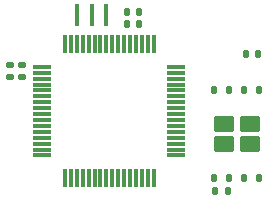
<source format=gbr>
%TF.GenerationSoftware,KiCad,Pcbnew,7.0.8*%
%TF.CreationDate,2023-10-14T12:30:27+02:00*%
%TF.ProjectId,RotorflightF7,526f746f-7266-46c6-9967-687446372e6b,rev?*%
%TF.SameCoordinates,Original*%
%TF.FileFunction,Paste,Bot*%
%TF.FilePolarity,Positive*%
%FSLAX46Y46*%
G04 Gerber Fmt 4.6, Leading zero omitted, Abs format (unit mm)*
G04 Created by KiCad (PCBNEW 7.0.8) date 2023-10-14 12:30:27*
%MOMM*%
%LPD*%
G01*
G04 APERTURE LIST*
G04 Aperture macros list*
%AMRoundRect*
0 Rectangle with rounded corners*
0 $1 Rounding radius*
0 $2 $3 $4 $5 $6 $7 $8 $9 X,Y pos of 4 corners*
0 Add a 4 corners polygon primitive as box body*
4,1,4,$2,$3,$4,$5,$6,$7,$8,$9,$2,$3,0*
0 Add four circle primitives for the rounded corners*
1,1,$1+$1,$2,$3*
1,1,$1+$1,$4,$5*
1,1,$1+$1,$6,$7*
1,1,$1+$1,$8,$9*
0 Add four rect primitives between the rounded corners*
20,1,$1+$1,$2,$3,$4,$5,0*
20,1,$1+$1,$4,$5,$6,$7,0*
20,1,$1+$1,$6,$7,$8,$9,0*
20,1,$1+$1,$8,$9,$2,$3,0*%
G04 Aperture macros list end*
%ADD10R,0.400000X1.900000*%
%ADD11RoundRect,0.075000X-0.075000X0.700000X-0.075000X-0.700000X0.075000X-0.700000X0.075000X0.700000X0*%
%ADD12RoundRect,0.075000X-0.700000X0.075000X-0.700000X-0.075000X0.700000X-0.075000X0.700000X0.075000X0*%
%ADD13RoundRect,0.140000X0.140000X0.170000X-0.140000X0.170000X-0.140000X-0.170000X0.140000X-0.170000X0*%
%ADD14RoundRect,0.250000X0.615000X-0.435000X0.615000X0.435000X-0.615000X0.435000X-0.615000X-0.435000X0*%
%ADD15RoundRect,0.125000X0.125000X-0.200000X0.125000X0.200000X-0.125000X0.200000X-0.125000X-0.200000X0*%
%ADD16RoundRect,0.140000X-0.170000X0.140000X-0.170000X-0.140000X0.170000X-0.140000X0.170000X0.140000X0*%
%ADD17RoundRect,0.135000X-0.135000X-0.185000X0.135000X-0.185000X0.135000X0.185000X-0.135000X0.185000X0*%
%ADD18RoundRect,0.135000X0.135000X0.185000X-0.135000X0.185000X-0.135000X-0.185000X0.135000X-0.185000X0*%
G04 APERTURE END LIST*
D10*
%TO.C,Y1*%
X120590000Y-43330000D03*
X119390000Y-43330000D03*
X118190000Y-43330000D03*
%TD*%
D11*
%TO.C,U6*%
X117140000Y-45755000D03*
X117640000Y-45755000D03*
X118140000Y-45755000D03*
X118640000Y-45755000D03*
X119140000Y-45755000D03*
X119640000Y-45755000D03*
X120140000Y-45755000D03*
X120640000Y-45755000D03*
X121140000Y-45755000D03*
X121640000Y-45755000D03*
X122140000Y-45755000D03*
X122640000Y-45755000D03*
X123140000Y-45755000D03*
X123640000Y-45755000D03*
X124140000Y-45755000D03*
X124640000Y-45755000D03*
D12*
X126565000Y-47680000D03*
X126565000Y-48180000D03*
X126565000Y-48680000D03*
X126565000Y-49180000D03*
X126565000Y-49680000D03*
X126565000Y-50180000D03*
X126565000Y-50680000D03*
X126565000Y-51180000D03*
X126565000Y-51680000D03*
X126565000Y-52180000D03*
X126565000Y-52680000D03*
X126565000Y-53180000D03*
X126565000Y-53680000D03*
X126565000Y-54180000D03*
X126565000Y-54680000D03*
X126565000Y-55180000D03*
D11*
X124640000Y-57105000D03*
X124140000Y-57105000D03*
X123640000Y-57105000D03*
X123140000Y-57105000D03*
X122640000Y-57105000D03*
X122140000Y-57105000D03*
X121640000Y-57105000D03*
X121140000Y-57105000D03*
X120640000Y-57105000D03*
X120140000Y-57105000D03*
X119640000Y-57105000D03*
X119140000Y-57105000D03*
X118640000Y-57105000D03*
X118140000Y-57105000D03*
X117640000Y-57105000D03*
X117140000Y-57105000D03*
D12*
X115215000Y-55180000D03*
X115215000Y-54680000D03*
X115215000Y-54180000D03*
X115215000Y-53680000D03*
X115215000Y-53180000D03*
X115215000Y-52680000D03*
X115215000Y-52180000D03*
X115215000Y-51680000D03*
X115215000Y-51180000D03*
X115215000Y-50680000D03*
X115215000Y-50180000D03*
X115215000Y-49680000D03*
X115215000Y-49180000D03*
X115215000Y-48680000D03*
X115215000Y-48180000D03*
X115215000Y-47680000D03*
%TD*%
D13*
%TO.C,C19*%
X123370000Y-44030000D03*
X122410000Y-44030000D03*
%TD*%
%TO.C,C11*%
X123370000Y-43030000D03*
X122410000Y-43030000D03*
%TD*%
D14*
%TO.C,U9*%
X130615000Y-54230000D03*
X132765000Y-54230000D03*
X130615000Y-52530000D03*
X132765000Y-52530000D03*
D15*
X133595000Y-57130000D03*
X132325000Y-57130000D03*
X131055000Y-57130000D03*
X129785000Y-57130000D03*
X129785000Y-49630000D03*
X131055000Y-49630000D03*
X132325000Y-49630000D03*
X133595000Y-49630000D03*
%TD*%
D16*
%TO.C,C10*%
X113490000Y-47550000D03*
X113490000Y-48510000D03*
%TD*%
%TO.C,C20*%
X112490000Y-47550000D03*
X112490000Y-48510000D03*
%TD*%
D17*
%TO.C,R13*%
X129880000Y-58230000D03*
X130900000Y-58230000D03*
%TD*%
D18*
%TO.C,R12*%
X133500000Y-46630000D03*
X132480000Y-46630000D03*
%TD*%
M02*

</source>
